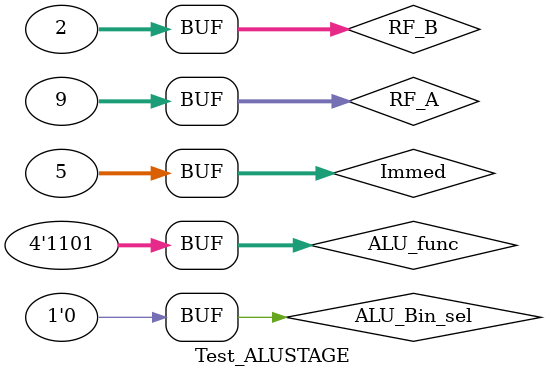
<source format=v>
`timescale 1ns / 1ps


module Test_ALUSTAGE;

	// Inputs
	reg [31:0] RF_A;
	reg [31:0] RF_B;
	reg [31:0] Immed;
	reg ALU_Bin_sel;
	reg [3:0] ALU_func;

	// Outputs
	wire [31:0] ALU_out;
	wire zero;

	// Instantiate the Unit Under Test (UUT)
	ALUSTAGE uut (
		.RF_A(RF_A), 
		.RF_B(RF_B), 
		.Immed(Immed), 
		.ALU_Bin_sel(ALU_Bin_sel), 
		.ALU_func(ALU_func), 
		.ALU_out(ALU_out), 
		.zero(zero)
	);

	initial begin
		// Initialize Inputs
		RF_A = 32'b1;
		RF_B = 32'b1000;
		Immed = 32'b100;
		ALU_Bin_sel = 0;
		ALU_func = 0;
      #0.004;
		ALU_Bin_sel = 1;
      #0.004;
		ALU_func = 4'b10;
		#0.004;
		ALU_func = 4'b11;
		#0.004;
		ALU_func = 4'b100;
		#0.004;
		ALU_func = 4'b1101;
		#0.004;
		ALU_func = 4'b1001;
		#0.004;
		RF_A = 32'b1001;
		RF_B = 32'b10;
		Immed = 032'b101;
		ALU_Bin_sel = 1;
		ALU_func = 4'b0;
		#0.002;
		ALU_func = 4'b1;
		#0.002;
		ALU_func = 4'b10;
		#0.002;
		ALU_func = 4'b11;
		#0.002;
		ALU_func = 4'b100;
		#0.002;
		ALU_func = 4'b1000;
		#0.002;
		ALU_func = 4'b1010;
		#0.002;
		ALU_func = 4'b1001;
		#0.002;
		ALU_func = 4'b1100;
		#0.002;
		ALU_func = 4'b1101;
		#0.002;
		ALU_Bin_sel = 0;
		ALU_func = 4'b0;
		#0.002;
		ALU_func = 4'b1;
		#0.002;
		ALU_func = 4'b10;
		#0.002;
		ALU_func = 4'b11;
		#0.002;
		ALU_func = 4'b100;
		#0.002;
		ALU_func = 4'b1000;
		#0.002;
		ALU_func = 4'b1010;
		#0.002;
		ALU_func = 4'b1001;
		#0.002;
		ALU_func = 4'b1100;
		#0.002;
		ALU_func = 4'b1101;
		#0.002;
		



		// Wait 100 ns for global reset to finish
		#100;
        
		// Add stimulus here

	end
      
endmodule


</source>
